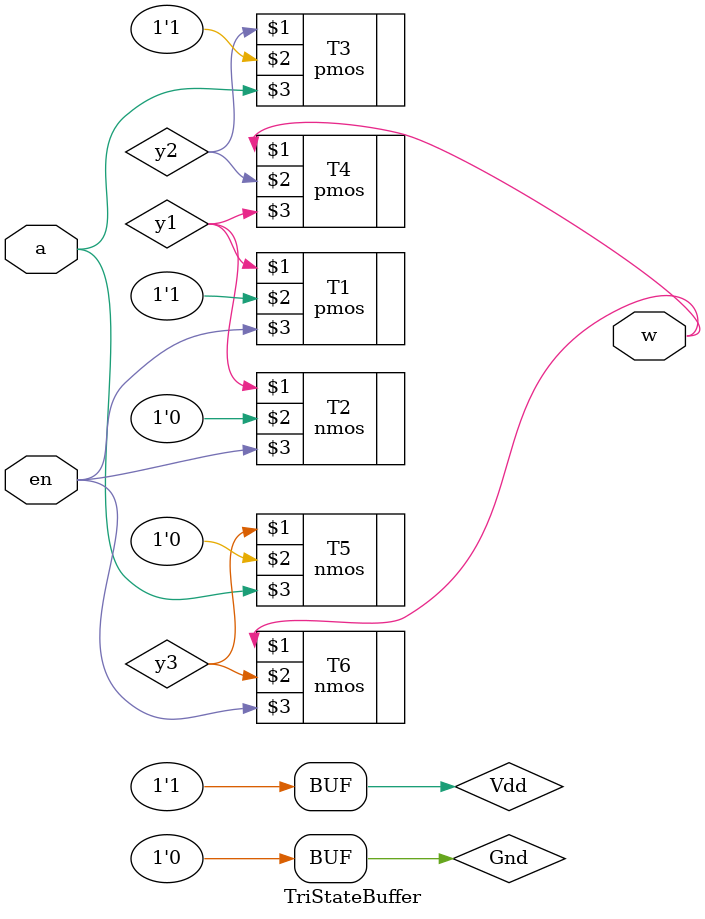
<source format=v>
`timescale 1ns/1ns

module TriStateBuffer(input en, a, output w);
    supply1 Vdd;
    supply0 Gnd;
    wire y1, y2, y3;
    pmos #(5,6,7) T1(y1,Vdd,en), T3(y2,Vdd,a), T4(w,y2,y1);
    nmos #(3,4,5) T2(y1,Gnd,en), T5(y3,Gnd,a), T6(w,y3,en);
endmodule

</source>
